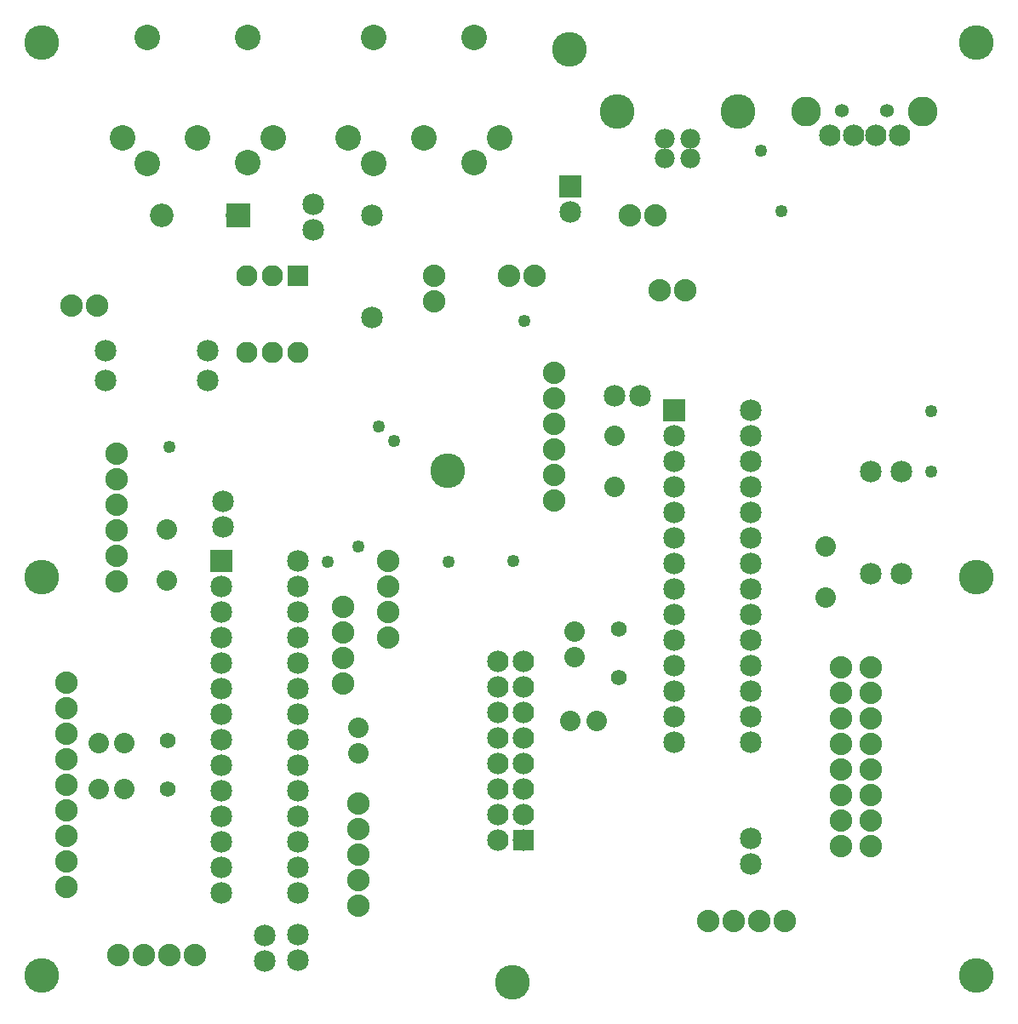
<source format=gbs>
G04 MADE WITH FRITZING*
G04 WWW.FRITZING.ORG*
G04 DOUBLE SIDED*
G04 HOLES PLATED*
G04 CONTOUR ON CENTER OF CONTOUR VECTOR*
%ASAXBY*%
%FSLAX23Y23*%
%MOIN*%
%OFA0B0*%
%SFA1.0B1.0*%
%ADD10C,0.049370*%
%ADD11C,0.062000*%
%ADD12C,0.080000*%
%ADD13C,0.088000*%
%ADD14C,0.078000*%
%ADD15C,0.136000*%
%ADD16C,0.084000*%
%ADD17C,0.116614*%
%ADD18C,0.053307*%
%ADD19C,0.135984*%
%ADD20C,0.082361*%
%ADD21C,0.082917*%
%ADD22C,0.092000*%
%ADD23C,0.100000*%
%ADD24C,0.085000*%
%ADD25R,0.082361X0.082361*%
%ADD26R,0.092000X0.092000*%
%ADD27R,0.084000X0.084000*%
%ADD28R,0.085000X0.085000*%
%LNMASK0*%
G90*
G70*
G54D10*
X3611Y2362D03*
X3611Y2125D03*
X3025Y3145D03*
X2944Y3383D03*
X2017Y2716D03*
X629Y2222D03*
X1507Y2246D03*
X1367Y1830D03*
X1446Y2302D03*
X1249Y1771D03*
X1722Y1771D03*
X1974Y1775D03*
G54D11*
X2389Y1509D03*
X2389Y1319D03*
X620Y1072D03*
X620Y882D03*
G54D12*
X2214Y1398D03*
X2214Y1498D03*
X2300Y1147D03*
X2199Y1147D03*
X451Y880D03*
X351Y880D03*
X351Y1060D03*
X451Y1060D03*
G54D13*
X223Y1299D03*
X223Y1199D03*
X223Y1099D03*
X223Y999D03*
X223Y899D03*
X223Y799D03*
X223Y699D03*
X223Y599D03*
X223Y499D03*
X1367Y826D03*
X1367Y726D03*
X1367Y626D03*
X1367Y526D03*
X1367Y426D03*
X2430Y3129D03*
X2530Y3129D03*
X429Y232D03*
X529Y232D03*
X629Y232D03*
X729Y232D03*
X2736Y365D03*
X2836Y365D03*
X2936Y365D03*
X3036Y365D03*
X1308Y1594D03*
X1308Y1494D03*
X1308Y1394D03*
X1308Y1294D03*
G54D14*
X2568Y3350D03*
X2666Y3350D03*
X2666Y3428D03*
X2568Y3428D03*
G54D15*
X2380Y3535D03*
X2854Y3535D03*
G54D16*
X3488Y3441D03*
X3395Y3441D03*
X3306Y3441D03*
X3213Y3441D03*
G54D17*
X3122Y3535D03*
X3579Y3535D03*
G54D18*
X3439Y3539D03*
X3262Y3539D03*
G54D19*
X127Y3806D03*
X1971Y125D03*
X1718Y2128D03*
X3789Y1712D03*
X127Y1712D03*
X127Y152D03*
X3789Y152D03*
X2194Y3779D03*
X3789Y3806D03*
G54D13*
X1663Y2893D03*
X1663Y2793D03*
X245Y2775D03*
X345Y2775D03*
G54D20*
X1131Y2893D03*
G54D21*
X1131Y2593D03*
X1031Y2893D03*
X1031Y2593D03*
X931Y2893D03*
X931Y2593D03*
G54D22*
X895Y3129D03*
X597Y3129D03*
G54D13*
X1958Y2893D03*
X2058Y2893D03*
X2548Y2834D03*
X2648Y2834D03*
G54D12*
X1367Y1121D03*
X1367Y1021D03*
X3198Y1830D03*
X3198Y1630D03*
G54D23*
X737Y3433D03*
X443Y3433D03*
X1034Y3433D03*
X934Y3334D03*
X540Y3333D03*
X934Y3826D03*
X540Y3826D03*
X1623Y3433D03*
X1329Y3433D03*
X1920Y3433D03*
X1820Y3334D03*
X1426Y3333D03*
X1820Y3826D03*
X1426Y3826D03*
G54D24*
X1421Y3129D03*
X1421Y2729D03*
G54D13*
X422Y2196D03*
X422Y2096D03*
X422Y1996D03*
X422Y1896D03*
X422Y1796D03*
X422Y1696D03*
X2135Y2511D03*
X2135Y2411D03*
X2135Y2311D03*
X2135Y2211D03*
X2135Y2111D03*
X2135Y2011D03*
G54D12*
X616Y1699D03*
X616Y1899D03*
X2371Y2066D03*
X2371Y2266D03*
G54D13*
X3375Y658D03*
X3375Y758D03*
X3375Y858D03*
X3375Y958D03*
X3375Y1058D03*
X3375Y1158D03*
X3375Y1258D03*
X3375Y1358D03*
X3257Y658D03*
X3257Y758D03*
X3257Y858D03*
X3257Y958D03*
X3257Y1058D03*
X3257Y1158D03*
X3257Y1258D03*
X3257Y1358D03*
G54D16*
X1915Y681D03*
X1915Y781D03*
X1915Y881D03*
X1915Y981D03*
X1915Y1081D03*
X1915Y1181D03*
X1915Y1281D03*
X1915Y1381D03*
X2015Y681D03*
X2015Y781D03*
X2015Y881D03*
X2015Y981D03*
X2015Y1081D03*
X2015Y1181D03*
X2015Y1281D03*
X2015Y1381D03*
G54D13*
X1485Y1476D03*
X1485Y1576D03*
X1485Y1676D03*
X1485Y1776D03*
G54D24*
X831Y1774D03*
X1131Y1774D03*
X831Y1674D03*
X1131Y1674D03*
X831Y1574D03*
X1131Y1574D03*
X831Y1474D03*
X1131Y1474D03*
X831Y1374D03*
X1131Y1374D03*
X831Y1274D03*
X1131Y1274D03*
X831Y1174D03*
X1131Y1174D03*
X831Y1074D03*
X1131Y1074D03*
X831Y974D03*
X1131Y974D03*
X831Y874D03*
X1131Y874D03*
X831Y774D03*
X1131Y774D03*
X831Y674D03*
X1131Y674D03*
X831Y574D03*
X1131Y574D03*
X831Y474D03*
X1131Y474D03*
X2603Y2366D03*
X2903Y2366D03*
X2603Y2266D03*
X2903Y2266D03*
X2603Y2166D03*
X2903Y2166D03*
X2603Y2066D03*
X2903Y2066D03*
X2603Y1966D03*
X2903Y1966D03*
X2603Y1866D03*
X2903Y1866D03*
X2603Y1766D03*
X2903Y1766D03*
X2603Y1666D03*
X2903Y1666D03*
X2603Y1566D03*
X2903Y1566D03*
X2603Y1466D03*
X2903Y1466D03*
X2603Y1366D03*
X2903Y1366D03*
X2603Y1266D03*
X2903Y1266D03*
X2603Y1166D03*
X2903Y1166D03*
X2603Y1066D03*
X2903Y1066D03*
X3493Y2125D03*
X3493Y1725D03*
X3375Y2125D03*
X3375Y1725D03*
X2903Y689D03*
X2903Y589D03*
X1002Y307D03*
X1002Y207D03*
X1132Y311D03*
X1132Y211D03*
X836Y2007D03*
X836Y1907D03*
X2371Y2421D03*
X2471Y2421D03*
X2198Y3243D03*
X2198Y3143D03*
X777Y2480D03*
X377Y2480D03*
X777Y2598D03*
X377Y2598D03*
X1190Y3070D03*
X1190Y3170D03*
G54D25*
X1131Y2893D03*
G54D26*
X896Y3129D03*
G54D27*
X2015Y681D03*
G54D28*
X831Y1774D03*
X2603Y2366D03*
X2198Y3243D03*
G04 End of Mask0*
M02*
</source>
